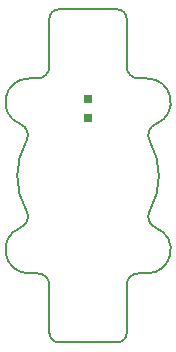
<source format=gtp>
G04*
G04 #@! TF.GenerationSoftware,Altium Limited,Altium Designer,21.6.4 (81)*
G04*
G04 Layer_Color=8421504*
%FSAX25Y25*%
%MOIN*%
G70*
G04*
G04 #@! TF.SameCoordinates,9A5FF030-8DC4-432F-A364-1BA2AF03453A*
G04*
G04*
G04 #@! TF.FilePolarity,Positive*
G04*
G01*
G75*
%ADD13C,0.00787*%
%ADD14R,0.02756X0.02756*%
D13*
X0022543Y0049747D02*
G03*
X0020547Y0044135I0001428J-0003669D01*
G01*
X-0012874Y-0019882D02*
G03*
X-0009724Y-0023031I0003145J-0000004D01*
G01*
X0020547Y0020825D02*
G03*
X0020547Y0044135I-0020547J0011655D01*
G01*
X-0016811Y0064961D02*
G03*
X-0012874Y0068898I-0000001J0003938D01*
G01*
Y-0003937D02*
G03*
X-0016811Y0000000I-0003938J-0000001D01*
G01*
X-0009724Y0087992D02*
G03*
X-0012874Y0084842I-0000004J-0003145D01*
G01*
X0020547Y0020825D02*
G03*
X0022543Y0015214I0003424J-0001942D01*
G01*
X-0022543Y0015214D02*
G03*
X-0019488Y0000000I0002857J-0007340D01*
G01*
X0012874Y0084842D02*
G03*
X0009724Y0087992I-0003145J0000004D01*
G01*
X0019488Y0000000D02*
G03*
X0022543Y0015214I0000197J0007874D01*
G01*
X-0022543D02*
G03*
X-0020547Y0020825I-0001428J0003669D01*
G01*
X0012874Y0068898D02*
G03*
X0016811Y0064961I0003938J0000001D01*
G01*
Y0000000D02*
G03*
X0012874Y-0003937I0000001J-0003938D01*
G01*
X-0019488Y0064961D02*
G03*
X-0022543Y0049747I-0000197J-0007874D01*
G01*
X-0020547Y0044135D02*
G03*
X-0020547Y0020825I0020547J-0011655D01*
G01*
X0022543Y0049747D02*
G03*
X0019488Y0064961I-0002858J0007340D01*
G01*
X-0020547Y0044135D02*
G03*
X-0022543Y0049747I-0003424J0001942D01*
G01*
X0009724Y-0023031D02*
G03*
X0012874Y-0019882I0000004J0003145D01*
G01*
X-0019488Y0064961D02*
X-0016811D01*
X0012874Y-0019882D02*
Y-0003937D01*
X-0012874Y0068898D02*
Y0084842D01*
X-0009724Y-0023031D02*
X0009724D01*
X-0009724Y0087992D02*
X0009724D01*
X-0012874Y-0019882D02*
Y-0003937D01*
X0012874Y0068898D02*
Y0084842D01*
X-0019488Y0000000D02*
X-0016811D01*
X0016811Y0064961D02*
X0019488D01*
X0016811Y0000000D02*
X0019488D01*
D14*
X0000000Y0051772D02*
D03*
Y0058268D02*
D03*
M02*

</source>
